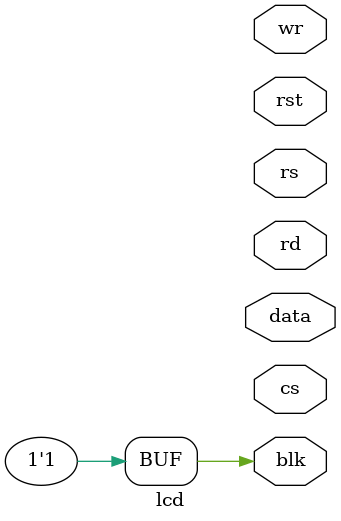
<source format=v>
module lcd(
	blk, cs, rs, wr, rd, rst, data
);
	output blk, cs, rs, wr, rd, rst;
	output[15:0] data;
	
	assign blk = 1'b1;
	
endmodule

</source>
